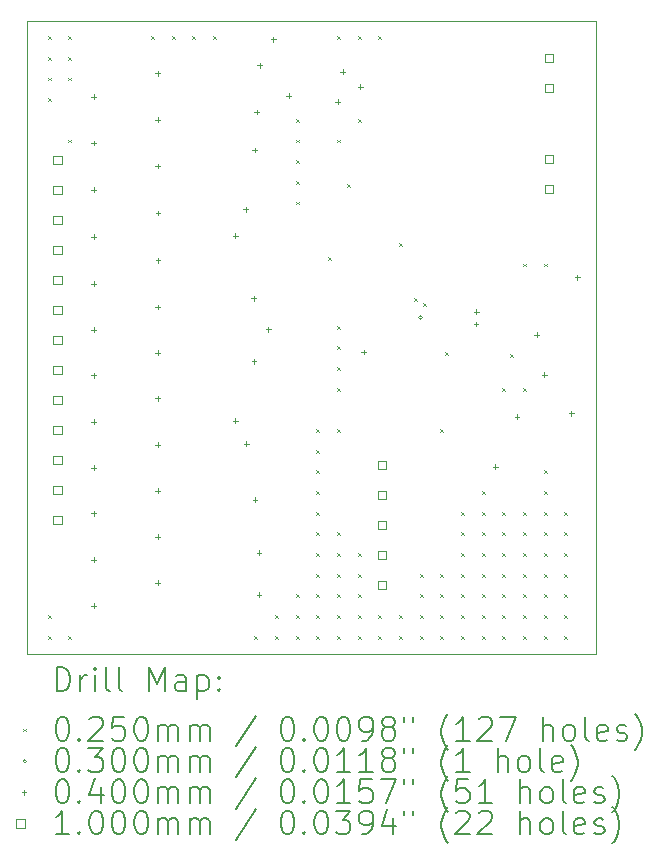
<source format=gbr>
%TF.GenerationSoftware,KiCad,Pcbnew,(6.0.11)*%
%TF.CreationDate,2023-06-25T21:52:25+10:00*%
%TF.ProjectId,LVBMS_A_Sample_R2,4c56424d-535f-4415-9f53-616d706c655f,1*%
%TF.SameCoordinates,Original*%
%TF.FileFunction,Drillmap*%
%TF.FilePolarity,Positive*%
%FSLAX45Y45*%
G04 Gerber Fmt 4.5, Leading zero omitted, Abs format (unit mm)*
G04 Created by KiCad (PCBNEW (6.0.11)) date 2023-06-25 21:52:25*
%MOMM*%
%LPD*%
G01*
G04 APERTURE LIST*
%ADD10C,0.100000*%
%ADD11C,0.200000*%
%ADD12C,0.025000*%
%ADD13C,0.030000*%
%ADD14C,0.040000*%
G04 APERTURE END LIST*
D10*
X12512040Y-11861800D02*
X17332960Y-11861800D01*
X17332960Y-11861800D02*
X17332960Y-6507480D01*
X17332960Y-6507480D02*
X12512040Y-6507480D01*
X12512040Y-6507480D02*
X12512040Y-11861800D01*
D11*
D12*
X12687500Y-6632500D02*
X12712500Y-6657500D01*
X12712500Y-6632500D02*
X12687500Y-6657500D01*
X12687500Y-6807500D02*
X12712500Y-6832500D01*
X12712500Y-6807500D02*
X12687500Y-6832500D01*
X12687500Y-6982500D02*
X12712500Y-7007500D01*
X12712500Y-6982500D02*
X12687500Y-7007500D01*
X12687500Y-7157500D02*
X12712500Y-7182500D01*
X12712500Y-7157500D02*
X12687500Y-7182500D01*
X12687500Y-11532500D02*
X12712500Y-11557500D01*
X12712500Y-11532500D02*
X12687500Y-11557500D01*
X12687500Y-11707500D02*
X12712500Y-11732500D01*
X12712500Y-11707500D02*
X12687500Y-11732500D01*
X12862500Y-6632500D02*
X12887500Y-6657500D01*
X12887500Y-6632500D02*
X12862500Y-6657500D01*
X12862500Y-6807500D02*
X12887500Y-6832500D01*
X12887500Y-6807500D02*
X12862500Y-6832500D01*
X12862500Y-6982500D02*
X12887500Y-7007500D01*
X12887500Y-6982500D02*
X12862500Y-7007500D01*
X12862500Y-7507500D02*
X12887500Y-7532500D01*
X12887500Y-7507500D02*
X12862500Y-7532500D01*
X12862500Y-11707500D02*
X12887500Y-11732500D01*
X12887500Y-11707500D02*
X12862500Y-11732500D01*
X13562500Y-6632500D02*
X13587500Y-6657500D01*
X13587500Y-6632500D02*
X13562500Y-6657500D01*
X13737500Y-6632500D02*
X13762500Y-6657500D01*
X13762500Y-6632500D02*
X13737500Y-6657500D01*
X13912500Y-6632500D02*
X13937500Y-6657500D01*
X13937500Y-6632500D02*
X13912500Y-6657500D01*
X14087500Y-6632500D02*
X14112500Y-6657500D01*
X14112500Y-6632500D02*
X14087500Y-6657500D01*
X14437500Y-11707500D02*
X14462500Y-11732500D01*
X14462500Y-11707500D02*
X14437500Y-11732500D01*
X14612500Y-11532500D02*
X14637500Y-11557500D01*
X14637500Y-11532500D02*
X14612500Y-11557500D01*
X14612500Y-11707500D02*
X14637500Y-11732500D01*
X14637500Y-11707500D02*
X14612500Y-11732500D01*
X14787500Y-7332500D02*
X14812500Y-7357500D01*
X14812500Y-7332500D02*
X14787500Y-7357500D01*
X14787500Y-7507500D02*
X14812500Y-7532500D01*
X14812500Y-7507500D02*
X14787500Y-7532500D01*
X14787500Y-7682500D02*
X14812500Y-7707500D01*
X14812500Y-7682500D02*
X14787500Y-7707500D01*
X14787500Y-7857500D02*
X14812500Y-7882500D01*
X14812500Y-7857500D02*
X14787500Y-7882500D01*
X14787500Y-8032500D02*
X14812500Y-8057500D01*
X14812500Y-8032500D02*
X14787500Y-8057500D01*
X14787500Y-11357500D02*
X14812500Y-11382500D01*
X14812500Y-11357500D02*
X14787500Y-11382500D01*
X14787500Y-11532500D02*
X14812500Y-11557500D01*
X14812500Y-11532500D02*
X14787500Y-11557500D01*
X14787500Y-11707500D02*
X14812500Y-11732500D01*
X14812500Y-11707500D02*
X14787500Y-11732500D01*
X14962500Y-9957500D02*
X14987500Y-9982500D01*
X14987500Y-9957500D02*
X14962500Y-9982500D01*
X14962500Y-10132500D02*
X14987500Y-10157500D01*
X14987500Y-10132500D02*
X14962500Y-10157500D01*
X14962500Y-10307500D02*
X14987500Y-10332500D01*
X14987500Y-10307500D02*
X14962500Y-10332500D01*
X14962500Y-10482500D02*
X14987500Y-10507500D01*
X14987500Y-10482500D02*
X14962500Y-10507500D01*
X14962500Y-10657500D02*
X14987500Y-10682500D01*
X14987500Y-10657500D02*
X14962500Y-10682500D01*
X14962500Y-10832500D02*
X14987500Y-10857500D01*
X14987500Y-10832500D02*
X14962500Y-10857500D01*
X14962500Y-11007500D02*
X14987500Y-11032500D01*
X14987500Y-11007500D02*
X14962500Y-11032500D01*
X14962500Y-11182500D02*
X14987500Y-11207500D01*
X14987500Y-11182500D02*
X14962500Y-11207500D01*
X14962500Y-11357500D02*
X14987500Y-11382500D01*
X14987500Y-11357500D02*
X14962500Y-11382500D01*
X14962500Y-11532500D02*
X14987500Y-11557500D01*
X14987500Y-11532500D02*
X14962500Y-11557500D01*
X14962500Y-11707500D02*
X14987500Y-11732500D01*
X14987500Y-11707500D02*
X14962500Y-11732500D01*
X15063460Y-8503060D02*
X15088460Y-8528060D01*
X15088460Y-8503060D02*
X15063460Y-8528060D01*
X15137500Y-6632500D02*
X15162500Y-6657500D01*
X15162500Y-6632500D02*
X15137500Y-6657500D01*
X15137500Y-7507500D02*
X15162500Y-7532500D01*
X15162500Y-7507500D02*
X15137500Y-7532500D01*
X15137500Y-9082500D02*
X15162500Y-9107500D01*
X15162500Y-9082500D02*
X15137500Y-9107500D01*
X15137500Y-9257500D02*
X15162500Y-9282500D01*
X15162500Y-9257500D02*
X15137500Y-9282500D01*
X15137500Y-9432500D02*
X15162500Y-9457500D01*
X15162500Y-9432500D02*
X15137500Y-9457500D01*
X15137500Y-9607500D02*
X15162500Y-9632500D01*
X15162500Y-9607500D02*
X15137500Y-9632500D01*
X15137500Y-9957500D02*
X15162500Y-9982500D01*
X15162500Y-9957500D02*
X15137500Y-9982500D01*
X15137500Y-10832500D02*
X15162500Y-10857500D01*
X15162500Y-10832500D02*
X15137500Y-10857500D01*
X15137500Y-11007500D02*
X15162500Y-11032500D01*
X15162500Y-11007500D02*
X15137500Y-11032500D01*
X15137500Y-11182500D02*
X15162500Y-11207500D01*
X15162500Y-11182500D02*
X15137500Y-11207500D01*
X15137500Y-11357500D02*
X15162500Y-11382500D01*
X15162500Y-11357500D02*
X15137500Y-11382500D01*
X15137500Y-11532500D02*
X15162500Y-11557500D01*
X15162500Y-11532500D02*
X15137500Y-11557500D01*
X15137500Y-11707500D02*
X15162500Y-11732500D01*
X15162500Y-11707500D02*
X15137500Y-11732500D01*
X15225958Y-7886696D02*
X15250958Y-7911696D01*
X15250958Y-7886696D02*
X15225958Y-7911696D01*
X15312500Y-6632500D02*
X15337500Y-6657500D01*
X15337500Y-6632500D02*
X15312500Y-6657500D01*
X15312500Y-7332500D02*
X15337500Y-7357500D01*
X15337500Y-7332500D02*
X15312500Y-7357500D01*
X15312500Y-11007500D02*
X15337500Y-11032500D01*
X15337500Y-11007500D02*
X15312500Y-11032500D01*
X15312500Y-11182500D02*
X15337500Y-11207500D01*
X15337500Y-11182500D02*
X15312500Y-11207500D01*
X15312500Y-11357500D02*
X15337500Y-11382500D01*
X15337500Y-11357500D02*
X15312500Y-11382500D01*
X15312500Y-11532500D02*
X15337500Y-11557500D01*
X15337500Y-11532500D02*
X15312500Y-11557500D01*
X15312500Y-11707500D02*
X15337500Y-11732500D01*
X15337500Y-11707500D02*
X15312500Y-11732500D01*
X15487500Y-6632500D02*
X15512500Y-6657500D01*
X15512500Y-6632500D02*
X15487500Y-6657500D01*
X15487500Y-11532500D02*
X15512500Y-11557500D01*
X15512500Y-11532500D02*
X15487500Y-11557500D01*
X15487500Y-11707500D02*
X15512500Y-11732500D01*
X15512500Y-11707500D02*
X15487500Y-11732500D01*
X15662500Y-8382500D02*
X15687500Y-8407500D01*
X15687500Y-8382500D02*
X15662500Y-8407500D01*
X15662500Y-11532500D02*
X15687500Y-11557500D01*
X15687500Y-11532500D02*
X15662500Y-11557500D01*
X15662500Y-11707500D02*
X15687500Y-11732500D01*
X15687500Y-11707500D02*
X15662500Y-11732500D01*
X15788840Y-8849560D02*
X15813840Y-8874560D01*
X15813840Y-8849560D02*
X15788840Y-8874560D01*
X15837500Y-11182500D02*
X15862500Y-11207500D01*
X15862500Y-11182500D02*
X15837500Y-11207500D01*
X15837500Y-11357500D02*
X15862500Y-11382500D01*
X15862500Y-11357500D02*
X15837500Y-11382500D01*
X15837500Y-11532500D02*
X15862500Y-11557500D01*
X15862500Y-11532500D02*
X15837500Y-11557500D01*
X15837500Y-11707500D02*
X15862500Y-11732500D01*
X15862500Y-11707500D02*
X15837500Y-11732500D01*
X15862500Y-8895280D02*
X15887500Y-8920280D01*
X15887500Y-8895280D02*
X15862500Y-8920280D01*
X16012500Y-9957500D02*
X16037500Y-9982500D01*
X16037500Y-9957500D02*
X16012500Y-9982500D01*
X16012500Y-11182500D02*
X16037500Y-11207500D01*
X16037500Y-11182500D02*
X16012500Y-11207500D01*
X16012500Y-11357500D02*
X16037500Y-11382500D01*
X16037500Y-11357500D02*
X16012500Y-11382500D01*
X16012500Y-11532500D02*
X16037500Y-11557500D01*
X16037500Y-11532500D02*
X16012500Y-11557500D01*
X16012500Y-11707500D02*
X16037500Y-11732500D01*
X16037500Y-11707500D02*
X16012500Y-11732500D01*
X16050460Y-9309300D02*
X16075460Y-9334300D01*
X16075460Y-9309300D02*
X16050460Y-9334300D01*
X16187500Y-10657500D02*
X16212500Y-10682500D01*
X16212500Y-10657500D02*
X16187500Y-10682500D01*
X16187500Y-10832500D02*
X16212500Y-10857500D01*
X16212500Y-10832500D02*
X16187500Y-10857500D01*
X16187500Y-11007500D02*
X16212500Y-11032500D01*
X16212500Y-11007500D02*
X16187500Y-11032500D01*
X16187500Y-11182500D02*
X16212500Y-11207500D01*
X16212500Y-11182500D02*
X16187500Y-11207500D01*
X16187500Y-11357500D02*
X16212500Y-11382500D01*
X16212500Y-11357500D02*
X16187500Y-11382500D01*
X16187500Y-11532500D02*
X16212500Y-11557500D01*
X16212500Y-11532500D02*
X16187500Y-11557500D01*
X16187500Y-11707500D02*
X16212500Y-11732500D01*
X16212500Y-11707500D02*
X16187500Y-11732500D01*
X16362500Y-10482500D02*
X16387500Y-10507500D01*
X16387500Y-10482500D02*
X16362500Y-10507500D01*
X16362500Y-10657500D02*
X16387500Y-10682500D01*
X16387500Y-10657500D02*
X16362500Y-10682500D01*
X16362500Y-10832500D02*
X16387500Y-10857500D01*
X16387500Y-10832500D02*
X16362500Y-10857500D01*
X16362500Y-11007500D02*
X16387500Y-11032500D01*
X16387500Y-11007500D02*
X16362500Y-11032500D01*
X16362500Y-11182500D02*
X16387500Y-11207500D01*
X16387500Y-11182500D02*
X16362500Y-11207500D01*
X16362500Y-11357500D02*
X16387500Y-11382500D01*
X16387500Y-11357500D02*
X16362500Y-11382500D01*
X16362500Y-11532500D02*
X16387500Y-11557500D01*
X16387500Y-11532500D02*
X16362500Y-11557500D01*
X16362500Y-11707500D02*
X16387500Y-11732500D01*
X16387500Y-11707500D02*
X16362500Y-11732500D01*
X16537500Y-9607500D02*
X16562500Y-9632500D01*
X16562500Y-9607500D02*
X16537500Y-9632500D01*
X16537500Y-10657500D02*
X16562500Y-10682500D01*
X16562500Y-10657500D02*
X16537500Y-10682500D01*
X16537500Y-10832500D02*
X16562500Y-10857500D01*
X16562500Y-10832500D02*
X16537500Y-10857500D01*
X16537500Y-11007500D02*
X16562500Y-11032500D01*
X16562500Y-11007500D02*
X16537500Y-11032500D01*
X16537500Y-11182500D02*
X16562500Y-11207500D01*
X16562500Y-11182500D02*
X16537500Y-11207500D01*
X16537500Y-11357500D02*
X16562500Y-11382500D01*
X16562500Y-11357500D02*
X16537500Y-11382500D01*
X16537500Y-11532500D02*
X16562500Y-11557500D01*
X16562500Y-11532500D02*
X16537500Y-11557500D01*
X16537500Y-11707500D02*
X16562500Y-11732500D01*
X16562500Y-11707500D02*
X16537500Y-11732500D01*
X16599100Y-9322000D02*
X16624100Y-9347000D01*
X16624100Y-9322000D02*
X16599100Y-9347000D01*
X16712500Y-8557500D02*
X16737500Y-8582500D01*
X16737500Y-8557500D02*
X16712500Y-8582500D01*
X16712500Y-9607500D02*
X16737500Y-9632500D01*
X16737500Y-9607500D02*
X16712500Y-9632500D01*
X16712500Y-10657500D02*
X16737500Y-10682500D01*
X16737500Y-10657500D02*
X16712500Y-10682500D01*
X16712500Y-10832500D02*
X16737500Y-10857500D01*
X16737500Y-10832500D02*
X16712500Y-10857500D01*
X16712500Y-11007500D02*
X16737500Y-11032500D01*
X16737500Y-11007500D02*
X16712500Y-11032500D01*
X16712500Y-11182500D02*
X16737500Y-11207500D01*
X16737500Y-11182500D02*
X16712500Y-11207500D01*
X16712500Y-11357500D02*
X16737500Y-11382500D01*
X16737500Y-11357500D02*
X16712500Y-11382500D01*
X16712500Y-11532500D02*
X16737500Y-11557500D01*
X16737500Y-11532500D02*
X16712500Y-11557500D01*
X16712500Y-11707500D02*
X16737500Y-11732500D01*
X16737500Y-11707500D02*
X16712500Y-11732500D01*
X16887500Y-8557500D02*
X16912500Y-8582500D01*
X16912500Y-8557500D02*
X16887500Y-8582500D01*
X16887500Y-10307500D02*
X16912500Y-10332500D01*
X16912500Y-10307500D02*
X16887500Y-10332500D01*
X16887500Y-10482500D02*
X16912500Y-10507500D01*
X16912500Y-10482500D02*
X16887500Y-10507500D01*
X16887500Y-10657500D02*
X16912500Y-10682500D01*
X16912500Y-10657500D02*
X16887500Y-10682500D01*
X16887500Y-10832500D02*
X16912500Y-10857500D01*
X16912500Y-10832500D02*
X16887500Y-10857500D01*
X16887500Y-11007500D02*
X16912500Y-11032500D01*
X16912500Y-11007500D02*
X16887500Y-11032500D01*
X16887500Y-11182500D02*
X16912500Y-11207500D01*
X16912500Y-11182500D02*
X16887500Y-11207500D01*
X16887500Y-11357500D02*
X16912500Y-11382500D01*
X16912500Y-11357500D02*
X16887500Y-11382500D01*
X16887500Y-11532500D02*
X16912500Y-11557500D01*
X16912500Y-11532500D02*
X16887500Y-11557500D01*
X16887500Y-11707500D02*
X16912500Y-11732500D01*
X16912500Y-11707500D02*
X16887500Y-11732500D01*
X17062500Y-10657500D02*
X17087500Y-10682500D01*
X17087500Y-10657500D02*
X17062500Y-10682500D01*
X17062500Y-10832500D02*
X17087500Y-10857500D01*
X17087500Y-10832500D02*
X17062500Y-10857500D01*
X17062500Y-11007500D02*
X17087500Y-11032500D01*
X17087500Y-11007500D02*
X17062500Y-11032500D01*
X17062500Y-11182500D02*
X17087500Y-11207500D01*
X17087500Y-11182500D02*
X17062500Y-11207500D01*
X17062500Y-11357500D02*
X17087500Y-11382500D01*
X17087500Y-11357500D02*
X17062500Y-11382500D01*
X17062500Y-11532500D02*
X17087500Y-11557500D01*
X17087500Y-11532500D02*
X17062500Y-11557500D01*
X17062500Y-11707500D02*
X17087500Y-11732500D01*
X17087500Y-11707500D02*
X17062500Y-11732500D01*
D13*
X15859520Y-9014460D02*
G75*
G03*
X15859520Y-9014460I-15000J0D01*
G01*
D14*
X13075920Y-7125020D02*
X13075920Y-7165020D01*
X13055920Y-7145020D02*
X13095920Y-7145020D01*
X13075920Y-8308660D02*
X13075920Y-8348660D01*
X13055920Y-8328660D02*
X13095920Y-8328660D01*
X13075920Y-8707440D02*
X13075920Y-8747440D01*
X13055920Y-8727440D02*
X13095920Y-8727440D01*
X13075920Y-9098600D02*
X13075920Y-9138600D01*
X13055920Y-9118600D02*
X13095920Y-9118600D01*
X13075950Y-9484680D02*
X13075950Y-9524680D01*
X13055950Y-9504680D02*
X13095950Y-9504680D01*
X13075950Y-9875840D02*
X13075950Y-9915840D01*
X13055950Y-9895840D02*
X13095950Y-9895840D01*
X13075950Y-10267000D02*
X13075950Y-10307000D01*
X13055950Y-10287000D02*
X13095950Y-10287000D01*
X13075950Y-10653080D02*
X13075950Y-10693080D01*
X13055950Y-10673080D02*
X13095950Y-10673080D01*
X13075950Y-11044240D02*
X13075950Y-11084240D01*
X13055950Y-11064240D02*
X13095950Y-11064240D01*
X13075950Y-11432860D02*
X13075950Y-11472860D01*
X13055950Y-11452860D02*
X13095950Y-11452860D01*
X13075980Y-7516180D02*
X13075980Y-7556180D01*
X13055980Y-7536180D02*
X13095980Y-7536180D01*
X13078460Y-7912420D02*
X13078460Y-7952420D01*
X13058460Y-7932420D02*
X13098460Y-7932420D01*
X13619480Y-6925880D02*
X13619480Y-6965880D01*
X13599480Y-6945880D02*
X13639480Y-6945880D01*
X13619480Y-7320600D02*
X13619480Y-7360600D01*
X13599480Y-7340600D02*
X13639480Y-7340600D01*
X13619660Y-7711760D02*
X13619660Y-7751760D01*
X13599660Y-7731760D02*
X13639660Y-7731760D01*
X13620180Y-8905560D02*
X13620180Y-8945560D01*
X13600180Y-8925560D02*
X13640180Y-8925560D01*
X13620180Y-9291640D02*
X13620180Y-9331640D01*
X13600180Y-9311640D02*
X13640180Y-9311640D01*
X13620180Y-9677720D02*
X13620180Y-9717720D01*
X13600180Y-9697720D02*
X13640180Y-9697720D01*
X13620180Y-10071420D02*
X13620180Y-10111420D01*
X13600180Y-10091420D02*
X13640180Y-10091420D01*
X13620180Y-10460040D02*
X13620180Y-10500040D01*
X13600180Y-10480040D02*
X13640180Y-10480040D01*
X13620180Y-10848660D02*
X13620180Y-10888660D01*
X13600180Y-10868660D02*
X13640180Y-10868660D01*
X13620180Y-11239820D02*
X13620180Y-11279820D01*
X13600180Y-11259820D02*
X13640180Y-11259820D01*
X13621060Y-8110540D02*
X13621060Y-8150540D01*
X13601060Y-8130540D02*
X13641060Y-8130540D01*
X13622020Y-8509320D02*
X13622020Y-8549320D01*
X13602020Y-8529320D02*
X13642020Y-8529320D01*
X14274800Y-8300540D02*
X14274800Y-8340540D01*
X14254800Y-8320540D02*
X14294800Y-8320540D01*
X14274800Y-9867720D02*
X14274800Y-9907720D01*
X14254800Y-9887720D02*
X14294800Y-9887720D01*
X14362710Y-8079000D02*
X14362710Y-8119000D01*
X14342710Y-8099000D02*
X14382710Y-8099000D01*
X14369270Y-10063800D02*
X14369270Y-10103800D01*
X14349270Y-10083800D02*
X14389270Y-10083800D01*
X14432280Y-8833110D02*
X14432280Y-8873110D01*
X14412280Y-8853110D02*
X14452280Y-8853110D01*
X14434530Y-9365010D02*
X14434530Y-9405010D01*
X14414530Y-9385010D02*
X14454530Y-9385010D01*
X14441170Y-7575870D02*
X14441170Y-7615870D01*
X14421170Y-7595870D02*
X14461170Y-7595870D01*
X14442440Y-10536240D02*
X14442440Y-10576240D01*
X14422440Y-10556240D02*
X14462440Y-10556240D01*
X14457680Y-7254560D02*
X14457680Y-7294560D01*
X14437680Y-7274560D02*
X14477680Y-7274560D01*
X14476300Y-10985820D02*
X14476300Y-11025820D01*
X14456300Y-11005820D02*
X14496300Y-11005820D01*
X14476300Y-11342260D02*
X14476300Y-11382260D01*
X14456300Y-11362260D02*
X14496300Y-11362260D01*
X14483080Y-6858320D02*
X14483080Y-6898320D01*
X14463080Y-6878320D02*
X14503080Y-6878320D01*
X14554200Y-9095560D02*
X14554200Y-9135560D01*
X14534200Y-9115560D02*
X14574200Y-9115560D01*
X14597110Y-6637610D02*
X14597110Y-6677610D01*
X14577110Y-6657610D02*
X14617110Y-6657610D01*
X14726920Y-7117400D02*
X14726920Y-7157400D01*
X14706920Y-7137400D02*
X14746920Y-7137400D01*
X15143480Y-7165660D02*
X15143480Y-7205660D01*
X15123480Y-7185660D02*
X15163480Y-7185660D01*
X15184120Y-6911660D02*
X15184120Y-6951660D01*
X15164120Y-6931660D02*
X15204120Y-6931660D01*
X15333980Y-7038660D02*
X15333980Y-7078660D01*
X15313980Y-7058660D02*
X15353980Y-7058660D01*
X15364460Y-9286560D02*
X15364460Y-9326560D01*
X15344460Y-9306560D02*
X15384460Y-9306560D01*
X16314100Y-9050020D02*
X16314100Y-9090020D01*
X16294100Y-9070020D02*
X16334100Y-9070020D01*
X16316550Y-8945692D02*
X16316550Y-8985692D01*
X16296550Y-8965692D02*
X16336550Y-8965692D01*
X16476980Y-10257540D02*
X16476980Y-10297540D01*
X16456980Y-10277540D02*
X16496980Y-10277540D01*
X16661000Y-9835200D02*
X16661000Y-9875200D01*
X16641000Y-9855200D02*
X16681000Y-9855200D01*
X16827500Y-9140540D02*
X16827500Y-9180540D01*
X16807500Y-9160540D02*
X16847500Y-9160540D01*
X16891000Y-9477060D02*
X16891000Y-9517060D01*
X16871000Y-9497060D02*
X16911000Y-9497060D01*
X17119600Y-9804720D02*
X17119600Y-9844720D01*
X17099600Y-9824720D02*
X17139600Y-9824720D01*
X17172970Y-8654130D02*
X17172970Y-8694130D01*
X17152970Y-8674130D02*
X17192970Y-8674130D01*
D10*
X12806476Y-7716316D02*
X12806476Y-7645604D01*
X12735764Y-7645604D01*
X12735764Y-7716316D01*
X12806476Y-7716316D01*
X12806476Y-7970316D02*
X12806476Y-7899604D01*
X12735764Y-7899604D01*
X12735764Y-7970316D01*
X12806476Y-7970316D01*
X12806476Y-8224316D02*
X12806476Y-8153604D01*
X12735764Y-8153604D01*
X12735764Y-8224316D01*
X12806476Y-8224316D01*
X12806476Y-8478316D02*
X12806476Y-8407604D01*
X12735764Y-8407604D01*
X12735764Y-8478316D01*
X12806476Y-8478316D01*
X12806476Y-8732316D02*
X12806476Y-8661604D01*
X12735764Y-8661604D01*
X12735764Y-8732316D01*
X12806476Y-8732316D01*
X12806476Y-8986316D02*
X12806476Y-8915604D01*
X12735764Y-8915604D01*
X12735764Y-8986316D01*
X12806476Y-8986316D01*
X12806476Y-9240316D02*
X12806476Y-9169604D01*
X12735764Y-9169604D01*
X12735764Y-9240316D01*
X12806476Y-9240316D01*
X12806476Y-9494316D02*
X12806476Y-9423604D01*
X12735764Y-9423604D01*
X12735764Y-9494316D01*
X12806476Y-9494316D01*
X12806476Y-9748316D02*
X12806476Y-9677604D01*
X12735764Y-9677604D01*
X12735764Y-9748316D01*
X12806476Y-9748316D01*
X12806476Y-10002316D02*
X12806476Y-9931604D01*
X12735764Y-9931604D01*
X12735764Y-10002316D01*
X12806476Y-10002316D01*
X12806476Y-10256316D02*
X12806476Y-10185604D01*
X12735764Y-10185604D01*
X12735764Y-10256316D01*
X12806476Y-10256316D01*
X12806476Y-10510316D02*
X12806476Y-10439604D01*
X12735764Y-10439604D01*
X12735764Y-10510316D01*
X12806476Y-10510316D01*
X12806476Y-10764316D02*
X12806476Y-10693604D01*
X12735764Y-10693604D01*
X12735764Y-10764316D01*
X12806476Y-10764316D01*
X15553176Y-10297316D02*
X15553176Y-10226604D01*
X15482464Y-10226604D01*
X15482464Y-10297316D01*
X15553176Y-10297316D01*
X15553176Y-10551316D02*
X15553176Y-10480604D01*
X15482464Y-10480604D01*
X15482464Y-10551316D01*
X15553176Y-10551316D01*
X15553176Y-10805316D02*
X15553176Y-10734604D01*
X15482464Y-10734604D01*
X15482464Y-10805316D01*
X15553176Y-10805316D01*
X15553176Y-11059316D02*
X15553176Y-10988604D01*
X15482464Y-10988604D01*
X15482464Y-11059316D01*
X15553176Y-11059316D01*
X15553176Y-11313316D02*
X15553176Y-11242604D01*
X15482464Y-11242604D01*
X15482464Y-11313316D01*
X15553176Y-11313316D01*
X16966996Y-6854176D02*
X16966996Y-6783464D01*
X16896284Y-6783464D01*
X16896284Y-6854176D01*
X16966996Y-6854176D01*
X16966996Y-7104176D02*
X16966996Y-7033464D01*
X16896284Y-7033464D01*
X16896284Y-7104176D01*
X16966996Y-7104176D01*
X16966996Y-7710156D02*
X16966996Y-7639444D01*
X16896284Y-7639444D01*
X16896284Y-7710156D01*
X16966996Y-7710156D01*
X16966996Y-7960156D02*
X16966996Y-7889444D01*
X16896284Y-7889444D01*
X16896284Y-7960156D01*
X16966996Y-7960156D01*
D11*
X12764659Y-12177276D02*
X12764659Y-11977276D01*
X12812278Y-11977276D01*
X12840849Y-11986800D01*
X12859897Y-12005848D01*
X12869421Y-12024895D01*
X12878945Y-12062990D01*
X12878945Y-12091562D01*
X12869421Y-12129657D01*
X12859897Y-12148705D01*
X12840849Y-12167752D01*
X12812278Y-12177276D01*
X12764659Y-12177276D01*
X12964659Y-12177276D02*
X12964659Y-12043943D01*
X12964659Y-12082038D02*
X12974183Y-12062990D01*
X12983707Y-12053467D01*
X13002754Y-12043943D01*
X13021802Y-12043943D01*
X13088468Y-12177276D02*
X13088468Y-12043943D01*
X13088468Y-11977276D02*
X13078945Y-11986800D01*
X13088468Y-11996324D01*
X13097992Y-11986800D01*
X13088468Y-11977276D01*
X13088468Y-11996324D01*
X13212278Y-12177276D02*
X13193230Y-12167752D01*
X13183707Y-12148705D01*
X13183707Y-11977276D01*
X13317040Y-12177276D02*
X13297992Y-12167752D01*
X13288468Y-12148705D01*
X13288468Y-11977276D01*
X13545611Y-12177276D02*
X13545611Y-11977276D01*
X13612278Y-12120133D01*
X13678945Y-11977276D01*
X13678945Y-12177276D01*
X13859897Y-12177276D02*
X13859897Y-12072514D01*
X13850373Y-12053467D01*
X13831326Y-12043943D01*
X13793230Y-12043943D01*
X13774183Y-12053467D01*
X13859897Y-12167752D02*
X13840849Y-12177276D01*
X13793230Y-12177276D01*
X13774183Y-12167752D01*
X13764659Y-12148705D01*
X13764659Y-12129657D01*
X13774183Y-12110609D01*
X13793230Y-12101086D01*
X13840849Y-12101086D01*
X13859897Y-12091562D01*
X13955135Y-12043943D02*
X13955135Y-12243943D01*
X13955135Y-12053467D02*
X13974183Y-12043943D01*
X14012278Y-12043943D01*
X14031326Y-12053467D01*
X14040849Y-12062990D01*
X14050373Y-12082038D01*
X14050373Y-12139181D01*
X14040849Y-12158228D01*
X14031326Y-12167752D01*
X14012278Y-12177276D01*
X13974183Y-12177276D01*
X13955135Y-12167752D01*
X14136088Y-12158228D02*
X14145611Y-12167752D01*
X14136088Y-12177276D01*
X14126564Y-12167752D01*
X14136088Y-12158228D01*
X14136088Y-12177276D01*
X14136088Y-12053467D02*
X14145611Y-12062990D01*
X14136088Y-12072514D01*
X14126564Y-12062990D01*
X14136088Y-12053467D01*
X14136088Y-12072514D01*
D12*
X12482040Y-12494300D02*
X12507040Y-12519300D01*
X12507040Y-12494300D02*
X12482040Y-12519300D01*
D11*
X12802754Y-12397276D02*
X12821802Y-12397276D01*
X12840849Y-12406800D01*
X12850373Y-12416324D01*
X12859897Y-12435371D01*
X12869421Y-12473467D01*
X12869421Y-12521086D01*
X12859897Y-12559181D01*
X12850373Y-12578228D01*
X12840849Y-12587752D01*
X12821802Y-12597276D01*
X12802754Y-12597276D01*
X12783707Y-12587752D01*
X12774183Y-12578228D01*
X12764659Y-12559181D01*
X12755135Y-12521086D01*
X12755135Y-12473467D01*
X12764659Y-12435371D01*
X12774183Y-12416324D01*
X12783707Y-12406800D01*
X12802754Y-12397276D01*
X12955135Y-12578228D02*
X12964659Y-12587752D01*
X12955135Y-12597276D01*
X12945611Y-12587752D01*
X12955135Y-12578228D01*
X12955135Y-12597276D01*
X13040849Y-12416324D02*
X13050373Y-12406800D01*
X13069421Y-12397276D01*
X13117040Y-12397276D01*
X13136088Y-12406800D01*
X13145611Y-12416324D01*
X13155135Y-12435371D01*
X13155135Y-12454419D01*
X13145611Y-12482990D01*
X13031326Y-12597276D01*
X13155135Y-12597276D01*
X13336088Y-12397276D02*
X13240849Y-12397276D01*
X13231326Y-12492514D01*
X13240849Y-12482990D01*
X13259897Y-12473467D01*
X13307516Y-12473467D01*
X13326564Y-12482990D01*
X13336088Y-12492514D01*
X13345611Y-12511562D01*
X13345611Y-12559181D01*
X13336088Y-12578228D01*
X13326564Y-12587752D01*
X13307516Y-12597276D01*
X13259897Y-12597276D01*
X13240849Y-12587752D01*
X13231326Y-12578228D01*
X13469421Y-12397276D02*
X13488468Y-12397276D01*
X13507516Y-12406800D01*
X13517040Y-12416324D01*
X13526564Y-12435371D01*
X13536088Y-12473467D01*
X13536088Y-12521086D01*
X13526564Y-12559181D01*
X13517040Y-12578228D01*
X13507516Y-12587752D01*
X13488468Y-12597276D01*
X13469421Y-12597276D01*
X13450373Y-12587752D01*
X13440849Y-12578228D01*
X13431326Y-12559181D01*
X13421802Y-12521086D01*
X13421802Y-12473467D01*
X13431326Y-12435371D01*
X13440849Y-12416324D01*
X13450373Y-12406800D01*
X13469421Y-12397276D01*
X13621802Y-12597276D02*
X13621802Y-12463943D01*
X13621802Y-12482990D02*
X13631326Y-12473467D01*
X13650373Y-12463943D01*
X13678945Y-12463943D01*
X13697992Y-12473467D01*
X13707516Y-12492514D01*
X13707516Y-12597276D01*
X13707516Y-12492514D02*
X13717040Y-12473467D01*
X13736088Y-12463943D01*
X13764659Y-12463943D01*
X13783707Y-12473467D01*
X13793230Y-12492514D01*
X13793230Y-12597276D01*
X13888468Y-12597276D02*
X13888468Y-12463943D01*
X13888468Y-12482990D02*
X13897992Y-12473467D01*
X13917040Y-12463943D01*
X13945611Y-12463943D01*
X13964659Y-12473467D01*
X13974183Y-12492514D01*
X13974183Y-12597276D01*
X13974183Y-12492514D02*
X13983707Y-12473467D01*
X14002754Y-12463943D01*
X14031326Y-12463943D01*
X14050373Y-12473467D01*
X14059897Y-12492514D01*
X14059897Y-12597276D01*
X14450373Y-12387752D02*
X14278945Y-12644895D01*
X14707516Y-12397276D02*
X14726564Y-12397276D01*
X14745611Y-12406800D01*
X14755135Y-12416324D01*
X14764659Y-12435371D01*
X14774183Y-12473467D01*
X14774183Y-12521086D01*
X14764659Y-12559181D01*
X14755135Y-12578228D01*
X14745611Y-12587752D01*
X14726564Y-12597276D01*
X14707516Y-12597276D01*
X14688468Y-12587752D01*
X14678945Y-12578228D01*
X14669421Y-12559181D01*
X14659897Y-12521086D01*
X14659897Y-12473467D01*
X14669421Y-12435371D01*
X14678945Y-12416324D01*
X14688468Y-12406800D01*
X14707516Y-12397276D01*
X14859897Y-12578228D02*
X14869421Y-12587752D01*
X14859897Y-12597276D01*
X14850373Y-12587752D01*
X14859897Y-12578228D01*
X14859897Y-12597276D01*
X14993230Y-12397276D02*
X15012278Y-12397276D01*
X15031326Y-12406800D01*
X15040849Y-12416324D01*
X15050373Y-12435371D01*
X15059897Y-12473467D01*
X15059897Y-12521086D01*
X15050373Y-12559181D01*
X15040849Y-12578228D01*
X15031326Y-12587752D01*
X15012278Y-12597276D01*
X14993230Y-12597276D01*
X14974183Y-12587752D01*
X14964659Y-12578228D01*
X14955135Y-12559181D01*
X14945611Y-12521086D01*
X14945611Y-12473467D01*
X14955135Y-12435371D01*
X14964659Y-12416324D01*
X14974183Y-12406800D01*
X14993230Y-12397276D01*
X15183707Y-12397276D02*
X15202754Y-12397276D01*
X15221802Y-12406800D01*
X15231326Y-12416324D01*
X15240849Y-12435371D01*
X15250373Y-12473467D01*
X15250373Y-12521086D01*
X15240849Y-12559181D01*
X15231326Y-12578228D01*
X15221802Y-12587752D01*
X15202754Y-12597276D01*
X15183707Y-12597276D01*
X15164659Y-12587752D01*
X15155135Y-12578228D01*
X15145611Y-12559181D01*
X15136088Y-12521086D01*
X15136088Y-12473467D01*
X15145611Y-12435371D01*
X15155135Y-12416324D01*
X15164659Y-12406800D01*
X15183707Y-12397276D01*
X15345611Y-12597276D02*
X15383707Y-12597276D01*
X15402754Y-12587752D01*
X15412278Y-12578228D01*
X15431326Y-12549657D01*
X15440849Y-12511562D01*
X15440849Y-12435371D01*
X15431326Y-12416324D01*
X15421802Y-12406800D01*
X15402754Y-12397276D01*
X15364659Y-12397276D01*
X15345611Y-12406800D01*
X15336088Y-12416324D01*
X15326564Y-12435371D01*
X15326564Y-12482990D01*
X15336088Y-12502038D01*
X15345611Y-12511562D01*
X15364659Y-12521086D01*
X15402754Y-12521086D01*
X15421802Y-12511562D01*
X15431326Y-12502038D01*
X15440849Y-12482990D01*
X15555135Y-12482990D02*
X15536088Y-12473467D01*
X15526564Y-12463943D01*
X15517040Y-12444895D01*
X15517040Y-12435371D01*
X15526564Y-12416324D01*
X15536088Y-12406800D01*
X15555135Y-12397276D01*
X15593230Y-12397276D01*
X15612278Y-12406800D01*
X15621802Y-12416324D01*
X15631326Y-12435371D01*
X15631326Y-12444895D01*
X15621802Y-12463943D01*
X15612278Y-12473467D01*
X15593230Y-12482990D01*
X15555135Y-12482990D01*
X15536088Y-12492514D01*
X15526564Y-12502038D01*
X15517040Y-12521086D01*
X15517040Y-12559181D01*
X15526564Y-12578228D01*
X15536088Y-12587752D01*
X15555135Y-12597276D01*
X15593230Y-12597276D01*
X15612278Y-12587752D01*
X15621802Y-12578228D01*
X15631326Y-12559181D01*
X15631326Y-12521086D01*
X15621802Y-12502038D01*
X15612278Y-12492514D01*
X15593230Y-12482990D01*
X15707516Y-12397276D02*
X15707516Y-12435371D01*
X15783707Y-12397276D02*
X15783707Y-12435371D01*
X16078945Y-12673467D02*
X16069421Y-12663943D01*
X16050373Y-12635371D01*
X16040849Y-12616324D01*
X16031326Y-12587752D01*
X16021802Y-12540133D01*
X16021802Y-12502038D01*
X16031326Y-12454419D01*
X16040849Y-12425848D01*
X16050373Y-12406800D01*
X16069421Y-12378228D01*
X16078945Y-12368705D01*
X16259897Y-12597276D02*
X16145611Y-12597276D01*
X16202754Y-12597276D02*
X16202754Y-12397276D01*
X16183707Y-12425848D01*
X16164659Y-12444895D01*
X16145611Y-12454419D01*
X16336088Y-12416324D02*
X16345611Y-12406800D01*
X16364659Y-12397276D01*
X16412278Y-12397276D01*
X16431326Y-12406800D01*
X16440849Y-12416324D01*
X16450373Y-12435371D01*
X16450373Y-12454419D01*
X16440849Y-12482990D01*
X16326564Y-12597276D01*
X16450373Y-12597276D01*
X16517040Y-12397276D02*
X16650373Y-12397276D01*
X16564659Y-12597276D01*
X16878945Y-12597276D02*
X16878945Y-12397276D01*
X16964659Y-12597276D02*
X16964659Y-12492514D01*
X16955135Y-12473467D01*
X16936088Y-12463943D01*
X16907516Y-12463943D01*
X16888469Y-12473467D01*
X16878945Y-12482990D01*
X17088469Y-12597276D02*
X17069421Y-12587752D01*
X17059897Y-12578228D01*
X17050373Y-12559181D01*
X17050373Y-12502038D01*
X17059897Y-12482990D01*
X17069421Y-12473467D01*
X17088469Y-12463943D01*
X17117040Y-12463943D01*
X17136088Y-12473467D01*
X17145611Y-12482990D01*
X17155135Y-12502038D01*
X17155135Y-12559181D01*
X17145611Y-12578228D01*
X17136088Y-12587752D01*
X17117040Y-12597276D01*
X17088469Y-12597276D01*
X17269421Y-12597276D02*
X17250373Y-12587752D01*
X17240850Y-12568705D01*
X17240850Y-12397276D01*
X17421802Y-12587752D02*
X17402754Y-12597276D01*
X17364659Y-12597276D01*
X17345611Y-12587752D01*
X17336088Y-12568705D01*
X17336088Y-12492514D01*
X17345611Y-12473467D01*
X17364659Y-12463943D01*
X17402754Y-12463943D01*
X17421802Y-12473467D01*
X17431326Y-12492514D01*
X17431326Y-12511562D01*
X17336088Y-12530609D01*
X17507516Y-12587752D02*
X17526564Y-12597276D01*
X17564659Y-12597276D01*
X17583707Y-12587752D01*
X17593230Y-12568705D01*
X17593230Y-12559181D01*
X17583707Y-12540133D01*
X17564659Y-12530609D01*
X17536088Y-12530609D01*
X17517040Y-12521086D01*
X17507516Y-12502038D01*
X17507516Y-12492514D01*
X17517040Y-12473467D01*
X17536088Y-12463943D01*
X17564659Y-12463943D01*
X17583707Y-12473467D01*
X17659897Y-12673467D02*
X17669421Y-12663943D01*
X17688469Y-12635371D01*
X17697992Y-12616324D01*
X17707516Y-12587752D01*
X17717040Y-12540133D01*
X17717040Y-12502038D01*
X17707516Y-12454419D01*
X17697992Y-12425848D01*
X17688469Y-12406800D01*
X17669421Y-12378228D01*
X17659897Y-12368705D01*
D13*
X12507040Y-12770800D02*
G75*
G03*
X12507040Y-12770800I-15000J0D01*
G01*
D11*
X12802754Y-12661276D02*
X12821802Y-12661276D01*
X12840849Y-12670800D01*
X12850373Y-12680324D01*
X12859897Y-12699371D01*
X12869421Y-12737467D01*
X12869421Y-12785086D01*
X12859897Y-12823181D01*
X12850373Y-12842228D01*
X12840849Y-12851752D01*
X12821802Y-12861276D01*
X12802754Y-12861276D01*
X12783707Y-12851752D01*
X12774183Y-12842228D01*
X12764659Y-12823181D01*
X12755135Y-12785086D01*
X12755135Y-12737467D01*
X12764659Y-12699371D01*
X12774183Y-12680324D01*
X12783707Y-12670800D01*
X12802754Y-12661276D01*
X12955135Y-12842228D02*
X12964659Y-12851752D01*
X12955135Y-12861276D01*
X12945611Y-12851752D01*
X12955135Y-12842228D01*
X12955135Y-12861276D01*
X13031326Y-12661276D02*
X13155135Y-12661276D01*
X13088468Y-12737467D01*
X13117040Y-12737467D01*
X13136088Y-12746990D01*
X13145611Y-12756514D01*
X13155135Y-12775562D01*
X13155135Y-12823181D01*
X13145611Y-12842228D01*
X13136088Y-12851752D01*
X13117040Y-12861276D01*
X13059897Y-12861276D01*
X13040849Y-12851752D01*
X13031326Y-12842228D01*
X13278945Y-12661276D02*
X13297992Y-12661276D01*
X13317040Y-12670800D01*
X13326564Y-12680324D01*
X13336088Y-12699371D01*
X13345611Y-12737467D01*
X13345611Y-12785086D01*
X13336088Y-12823181D01*
X13326564Y-12842228D01*
X13317040Y-12851752D01*
X13297992Y-12861276D01*
X13278945Y-12861276D01*
X13259897Y-12851752D01*
X13250373Y-12842228D01*
X13240849Y-12823181D01*
X13231326Y-12785086D01*
X13231326Y-12737467D01*
X13240849Y-12699371D01*
X13250373Y-12680324D01*
X13259897Y-12670800D01*
X13278945Y-12661276D01*
X13469421Y-12661276D02*
X13488468Y-12661276D01*
X13507516Y-12670800D01*
X13517040Y-12680324D01*
X13526564Y-12699371D01*
X13536088Y-12737467D01*
X13536088Y-12785086D01*
X13526564Y-12823181D01*
X13517040Y-12842228D01*
X13507516Y-12851752D01*
X13488468Y-12861276D01*
X13469421Y-12861276D01*
X13450373Y-12851752D01*
X13440849Y-12842228D01*
X13431326Y-12823181D01*
X13421802Y-12785086D01*
X13421802Y-12737467D01*
X13431326Y-12699371D01*
X13440849Y-12680324D01*
X13450373Y-12670800D01*
X13469421Y-12661276D01*
X13621802Y-12861276D02*
X13621802Y-12727943D01*
X13621802Y-12746990D02*
X13631326Y-12737467D01*
X13650373Y-12727943D01*
X13678945Y-12727943D01*
X13697992Y-12737467D01*
X13707516Y-12756514D01*
X13707516Y-12861276D01*
X13707516Y-12756514D02*
X13717040Y-12737467D01*
X13736088Y-12727943D01*
X13764659Y-12727943D01*
X13783707Y-12737467D01*
X13793230Y-12756514D01*
X13793230Y-12861276D01*
X13888468Y-12861276D02*
X13888468Y-12727943D01*
X13888468Y-12746990D02*
X13897992Y-12737467D01*
X13917040Y-12727943D01*
X13945611Y-12727943D01*
X13964659Y-12737467D01*
X13974183Y-12756514D01*
X13974183Y-12861276D01*
X13974183Y-12756514D02*
X13983707Y-12737467D01*
X14002754Y-12727943D01*
X14031326Y-12727943D01*
X14050373Y-12737467D01*
X14059897Y-12756514D01*
X14059897Y-12861276D01*
X14450373Y-12651752D02*
X14278945Y-12908895D01*
X14707516Y-12661276D02*
X14726564Y-12661276D01*
X14745611Y-12670800D01*
X14755135Y-12680324D01*
X14764659Y-12699371D01*
X14774183Y-12737467D01*
X14774183Y-12785086D01*
X14764659Y-12823181D01*
X14755135Y-12842228D01*
X14745611Y-12851752D01*
X14726564Y-12861276D01*
X14707516Y-12861276D01*
X14688468Y-12851752D01*
X14678945Y-12842228D01*
X14669421Y-12823181D01*
X14659897Y-12785086D01*
X14659897Y-12737467D01*
X14669421Y-12699371D01*
X14678945Y-12680324D01*
X14688468Y-12670800D01*
X14707516Y-12661276D01*
X14859897Y-12842228D02*
X14869421Y-12851752D01*
X14859897Y-12861276D01*
X14850373Y-12851752D01*
X14859897Y-12842228D01*
X14859897Y-12861276D01*
X14993230Y-12661276D02*
X15012278Y-12661276D01*
X15031326Y-12670800D01*
X15040849Y-12680324D01*
X15050373Y-12699371D01*
X15059897Y-12737467D01*
X15059897Y-12785086D01*
X15050373Y-12823181D01*
X15040849Y-12842228D01*
X15031326Y-12851752D01*
X15012278Y-12861276D01*
X14993230Y-12861276D01*
X14974183Y-12851752D01*
X14964659Y-12842228D01*
X14955135Y-12823181D01*
X14945611Y-12785086D01*
X14945611Y-12737467D01*
X14955135Y-12699371D01*
X14964659Y-12680324D01*
X14974183Y-12670800D01*
X14993230Y-12661276D01*
X15250373Y-12861276D02*
X15136088Y-12861276D01*
X15193230Y-12861276D02*
X15193230Y-12661276D01*
X15174183Y-12689848D01*
X15155135Y-12708895D01*
X15136088Y-12718419D01*
X15440849Y-12861276D02*
X15326564Y-12861276D01*
X15383707Y-12861276D02*
X15383707Y-12661276D01*
X15364659Y-12689848D01*
X15345611Y-12708895D01*
X15326564Y-12718419D01*
X15555135Y-12746990D02*
X15536088Y-12737467D01*
X15526564Y-12727943D01*
X15517040Y-12708895D01*
X15517040Y-12699371D01*
X15526564Y-12680324D01*
X15536088Y-12670800D01*
X15555135Y-12661276D01*
X15593230Y-12661276D01*
X15612278Y-12670800D01*
X15621802Y-12680324D01*
X15631326Y-12699371D01*
X15631326Y-12708895D01*
X15621802Y-12727943D01*
X15612278Y-12737467D01*
X15593230Y-12746990D01*
X15555135Y-12746990D01*
X15536088Y-12756514D01*
X15526564Y-12766038D01*
X15517040Y-12785086D01*
X15517040Y-12823181D01*
X15526564Y-12842228D01*
X15536088Y-12851752D01*
X15555135Y-12861276D01*
X15593230Y-12861276D01*
X15612278Y-12851752D01*
X15621802Y-12842228D01*
X15631326Y-12823181D01*
X15631326Y-12785086D01*
X15621802Y-12766038D01*
X15612278Y-12756514D01*
X15593230Y-12746990D01*
X15707516Y-12661276D02*
X15707516Y-12699371D01*
X15783707Y-12661276D02*
X15783707Y-12699371D01*
X16078945Y-12937467D02*
X16069421Y-12927943D01*
X16050373Y-12899371D01*
X16040849Y-12880324D01*
X16031326Y-12851752D01*
X16021802Y-12804133D01*
X16021802Y-12766038D01*
X16031326Y-12718419D01*
X16040849Y-12689848D01*
X16050373Y-12670800D01*
X16069421Y-12642228D01*
X16078945Y-12632705D01*
X16259897Y-12861276D02*
X16145611Y-12861276D01*
X16202754Y-12861276D02*
X16202754Y-12661276D01*
X16183707Y-12689848D01*
X16164659Y-12708895D01*
X16145611Y-12718419D01*
X16497992Y-12861276D02*
X16497992Y-12661276D01*
X16583707Y-12861276D02*
X16583707Y-12756514D01*
X16574183Y-12737467D01*
X16555135Y-12727943D01*
X16526564Y-12727943D01*
X16507516Y-12737467D01*
X16497992Y-12746990D01*
X16707516Y-12861276D02*
X16688468Y-12851752D01*
X16678945Y-12842228D01*
X16669421Y-12823181D01*
X16669421Y-12766038D01*
X16678945Y-12746990D01*
X16688468Y-12737467D01*
X16707516Y-12727943D01*
X16736088Y-12727943D01*
X16755135Y-12737467D01*
X16764659Y-12746990D01*
X16774183Y-12766038D01*
X16774183Y-12823181D01*
X16764659Y-12842228D01*
X16755135Y-12851752D01*
X16736088Y-12861276D01*
X16707516Y-12861276D01*
X16888469Y-12861276D02*
X16869421Y-12851752D01*
X16859897Y-12832705D01*
X16859897Y-12661276D01*
X17040850Y-12851752D02*
X17021802Y-12861276D01*
X16983707Y-12861276D01*
X16964659Y-12851752D01*
X16955135Y-12832705D01*
X16955135Y-12756514D01*
X16964659Y-12737467D01*
X16983707Y-12727943D01*
X17021802Y-12727943D01*
X17040850Y-12737467D01*
X17050373Y-12756514D01*
X17050373Y-12775562D01*
X16955135Y-12794609D01*
X17117040Y-12937467D02*
X17126564Y-12927943D01*
X17145611Y-12899371D01*
X17155135Y-12880324D01*
X17164659Y-12851752D01*
X17174183Y-12804133D01*
X17174183Y-12766038D01*
X17164659Y-12718419D01*
X17155135Y-12689848D01*
X17145611Y-12670800D01*
X17126564Y-12642228D01*
X17117040Y-12632705D01*
D14*
X12487040Y-13014800D02*
X12487040Y-13054800D01*
X12467040Y-13034800D02*
X12507040Y-13034800D01*
D11*
X12802754Y-12925276D02*
X12821802Y-12925276D01*
X12840849Y-12934800D01*
X12850373Y-12944324D01*
X12859897Y-12963371D01*
X12869421Y-13001467D01*
X12869421Y-13049086D01*
X12859897Y-13087181D01*
X12850373Y-13106228D01*
X12840849Y-13115752D01*
X12821802Y-13125276D01*
X12802754Y-13125276D01*
X12783707Y-13115752D01*
X12774183Y-13106228D01*
X12764659Y-13087181D01*
X12755135Y-13049086D01*
X12755135Y-13001467D01*
X12764659Y-12963371D01*
X12774183Y-12944324D01*
X12783707Y-12934800D01*
X12802754Y-12925276D01*
X12955135Y-13106228D02*
X12964659Y-13115752D01*
X12955135Y-13125276D01*
X12945611Y-13115752D01*
X12955135Y-13106228D01*
X12955135Y-13125276D01*
X13136088Y-12991943D02*
X13136088Y-13125276D01*
X13088468Y-12915752D02*
X13040849Y-13058609D01*
X13164659Y-13058609D01*
X13278945Y-12925276D02*
X13297992Y-12925276D01*
X13317040Y-12934800D01*
X13326564Y-12944324D01*
X13336088Y-12963371D01*
X13345611Y-13001467D01*
X13345611Y-13049086D01*
X13336088Y-13087181D01*
X13326564Y-13106228D01*
X13317040Y-13115752D01*
X13297992Y-13125276D01*
X13278945Y-13125276D01*
X13259897Y-13115752D01*
X13250373Y-13106228D01*
X13240849Y-13087181D01*
X13231326Y-13049086D01*
X13231326Y-13001467D01*
X13240849Y-12963371D01*
X13250373Y-12944324D01*
X13259897Y-12934800D01*
X13278945Y-12925276D01*
X13469421Y-12925276D02*
X13488468Y-12925276D01*
X13507516Y-12934800D01*
X13517040Y-12944324D01*
X13526564Y-12963371D01*
X13536088Y-13001467D01*
X13536088Y-13049086D01*
X13526564Y-13087181D01*
X13517040Y-13106228D01*
X13507516Y-13115752D01*
X13488468Y-13125276D01*
X13469421Y-13125276D01*
X13450373Y-13115752D01*
X13440849Y-13106228D01*
X13431326Y-13087181D01*
X13421802Y-13049086D01*
X13421802Y-13001467D01*
X13431326Y-12963371D01*
X13440849Y-12944324D01*
X13450373Y-12934800D01*
X13469421Y-12925276D01*
X13621802Y-13125276D02*
X13621802Y-12991943D01*
X13621802Y-13010990D02*
X13631326Y-13001467D01*
X13650373Y-12991943D01*
X13678945Y-12991943D01*
X13697992Y-13001467D01*
X13707516Y-13020514D01*
X13707516Y-13125276D01*
X13707516Y-13020514D02*
X13717040Y-13001467D01*
X13736088Y-12991943D01*
X13764659Y-12991943D01*
X13783707Y-13001467D01*
X13793230Y-13020514D01*
X13793230Y-13125276D01*
X13888468Y-13125276D02*
X13888468Y-12991943D01*
X13888468Y-13010990D02*
X13897992Y-13001467D01*
X13917040Y-12991943D01*
X13945611Y-12991943D01*
X13964659Y-13001467D01*
X13974183Y-13020514D01*
X13974183Y-13125276D01*
X13974183Y-13020514D02*
X13983707Y-13001467D01*
X14002754Y-12991943D01*
X14031326Y-12991943D01*
X14050373Y-13001467D01*
X14059897Y-13020514D01*
X14059897Y-13125276D01*
X14450373Y-12915752D02*
X14278945Y-13172895D01*
X14707516Y-12925276D02*
X14726564Y-12925276D01*
X14745611Y-12934800D01*
X14755135Y-12944324D01*
X14764659Y-12963371D01*
X14774183Y-13001467D01*
X14774183Y-13049086D01*
X14764659Y-13087181D01*
X14755135Y-13106228D01*
X14745611Y-13115752D01*
X14726564Y-13125276D01*
X14707516Y-13125276D01*
X14688468Y-13115752D01*
X14678945Y-13106228D01*
X14669421Y-13087181D01*
X14659897Y-13049086D01*
X14659897Y-13001467D01*
X14669421Y-12963371D01*
X14678945Y-12944324D01*
X14688468Y-12934800D01*
X14707516Y-12925276D01*
X14859897Y-13106228D02*
X14869421Y-13115752D01*
X14859897Y-13125276D01*
X14850373Y-13115752D01*
X14859897Y-13106228D01*
X14859897Y-13125276D01*
X14993230Y-12925276D02*
X15012278Y-12925276D01*
X15031326Y-12934800D01*
X15040849Y-12944324D01*
X15050373Y-12963371D01*
X15059897Y-13001467D01*
X15059897Y-13049086D01*
X15050373Y-13087181D01*
X15040849Y-13106228D01*
X15031326Y-13115752D01*
X15012278Y-13125276D01*
X14993230Y-13125276D01*
X14974183Y-13115752D01*
X14964659Y-13106228D01*
X14955135Y-13087181D01*
X14945611Y-13049086D01*
X14945611Y-13001467D01*
X14955135Y-12963371D01*
X14964659Y-12944324D01*
X14974183Y-12934800D01*
X14993230Y-12925276D01*
X15250373Y-13125276D02*
X15136088Y-13125276D01*
X15193230Y-13125276D02*
X15193230Y-12925276D01*
X15174183Y-12953848D01*
X15155135Y-12972895D01*
X15136088Y-12982419D01*
X15431326Y-12925276D02*
X15336088Y-12925276D01*
X15326564Y-13020514D01*
X15336088Y-13010990D01*
X15355135Y-13001467D01*
X15402754Y-13001467D01*
X15421802Y-13010990D01*
X15431326Y-13020514D01*
X15440849Y-13039562D01*
X15440849Y-13087181D01*
X15431326Y-13106228D01*
X15421802Y-13115752D01*
X15402754Y-13125276D01*
X15355135Y-13125276D01*
X15336088Y-13115752D01*
X15326564Y-13106228D01*
X15507516Y-12925276D02*
X15640849Y-12925276D01*
X15555135Y-13125276D01*
X15707516Y-12925276D02*
X15707516Y-12963371D01*
X15783707Y-12925276D02*
X15783707Y-12963371D01*
X16078945Y-13201467D02*
X16069421Y-13191943D01*
X16050373Y-13163371D01*
X16040849Y-13144324D01*
X16031326Y-13115752D01*
X16021802Y-13068133D01*
X16021802Y-13030038D01*
X16031326Y-12982419D01*
X16040849Y-12953848D01*
X16050373Y-12934800D01*
X16069421Y-12906228D01*
X16078945Y-12896705D01*
X16250373Y-12925276D02*
X16155135Y-12925276D01*
X16145611Y-13020514D01*
X16155135Y-13010990D01*
X16174183Y-13001467D01*
X16221802Y-13001467D01*
X16240849Y-13010990D01*
X16250373Y-13020514D01*
X16259897Y-13039562D01*
X16259897Y-13087181D01*
X16250373Y-13106228D01*
X16240849Y-13115752D01*
X16221802Y-13125276D01*
X16174183Y-13125276D01*
X16155135Y-13115752D01*
X16145611Y-13106228D01*
X16450373Y-13125276D02*
X16336088Y-13125276D01*
X16393230Y-13125276D02*
X16393230Y-12925276D01*
X16374183Y-12953848D01*
X16355135Y-12972895D01*
X16336088Y-12982419D01*
X16688468Y-13125276D02*
X16688468Y-12925276D01*
X16774183Y-13125276D02*
X16774183Y-13020514D01*
X16764659Y-13001467D01*
X16745611Y-12991943D01*
X16717040Y-12991943D01*
X16697992Y-13001467D01*
X16688468Y-13010990D01*
X16897992Y-13125276D02*
X16878945Y-13115752D01*
X16869421Y-13106228D01*
X16859897Y-13087181D01*
X16859897Y-13030038D01*
X16869421Y-13010990D01*
X16878945Y-13001467D01*
X16897992Y-12991943D01*
X16926564Y-12991943D01*
X16945611Y-13001467D01*
X16955135Y-13010990D01*
X16964659Y-13030038D01*
X16964659Y-13087181D01*
X16955135Y-13106228D01*
X16945611Y-13115752D01*
X16926564Y-13125276D01*
X16897992Y-13125276D01*
X17078945Y-13125276D02*
X17059897Y-13115752D01*
X17050373Y-13096705D01*
X17050373Y-12925276D01*
X17231326Y-13115752D02*
X17212278Y-13125276D01*
X17174183Y-13125276D01*
X17155135Y-13115752D01*
X17145611Y-13096705D01*
X17145611Y-13020514D01*
X17155135Y-13001467D01*
X17174183Y-12991943D01*
X17212278Y-12991943D01*
X17231326Y-13001467D01*
X17240850Y-13020514D01*
X17240850Y-13039562D01*
X17145611Y-13058609D01*
X17317040Y-13115752D02*
X17336088Y-13125276D01*
X17374183Y-13125276D01*
X17393230Y-13115752D01*
X17402754Y-13096705D01*
X17402754Y-13087181D01*
X17393230Y-13068133D01*
X17374183Y-13058609D01*
X17345611Y-13058609D01*
X17326564Y-13049086D01*
X17317040Y-13030038D01*
X17317040Y-13020514D01*
X17326564Y-13001467D01*
X17345611Y-12991943D01*
X17374183Y-12991943D01*
X17393230Y-13001467D01*
X17469421Y-13201467D02*
X17478945Y-13191943D01*
X17497992Y-13163371D01*
X17507516Y-13144324D01*
X17517040Y-13115752D01*
X17526564Y-13068133D01*
X17526564Y-13030038D01*
X17517040Y-12982419D01*
X17507516Y-12953848D01*
X17497992Y-12934800D01*
X17478945Y-12906228D01*
X17469421Y-12896705D01*
D10*
X12492396Y-13334156D02*
X12492396Y-13263444D01*
X12421684Y-13263444D01*
X12421684Y-13334156D01*
X12492396Y-13334156D01*
D11*
X12869421Y-13389276D02*
X12755135Y-13389276D01*
X12812278Y-13389276D02*
X12812278Y-13189276D01*
X12793230Y-13217848D01*
X12774183Y-13236895D01*
X12755135Y-13246419D01*
X12955135Y-13370228D02*
X12964659Y-13379752D01*
X12955135Y-13389276D01*
X12945611Y-13379752D01*
X12955135Y-13370228D01*
X12955135Y-13389276D01*
X13088468Y-13189276D02*
X13107516Y-13189276D01*
X13126564Y-13198800D01*
X13136088Y-13208324D01*
X13145611Y-13227371D01*
X13155135Y-13265467D01*
X13155135Y-13313086D01*
X13145611Y-13351181D01*
X13136088Y-13370228D01*
X13126564Y-13379752D01*
X13107516Y-13389276D01*
X13088468Y-13389276D01*
X13069421Y-13379752D01*
X13059897Y-13370228D01*
X13050373Y-13351181D01*
X13040849Y-13313086D01*
X13040849Y-13265467D01*
X13050373Y-13227371D01*
X13059897Y-13208324D01*
X13069421Y-13198800D01*
X13088468Y-13189276D01*
X13278945Y-13189276D02*
X13297992Y-13189276D01*
X13317040Y-13198800D01*
X13326564Y-13208324D01*
X13336088Y-13227371D01*
X13345611Y-13265467D01*
X13345611Y-13313086D01*
X13336088Y-13351181D01*
X13326564Y-13370228D01*
X13317040Y-13379752D01*
X13297992Y-13389276D01*
X13278945Y-13389276D01*
X13259897Y-13379752D01*
X13250373Y-13370228D01*
X13240849Y-13351181D01*
X13231326Y-13313086D01*
X13231326Y-13265467D01*
X13240849Y-13227371D01*
X13250373Y-13208324D01*
X13259897Y-13198800D01*
X13278945Y-13189276D01*
X13469421Y-13189276D02*
X13488468Y-13189276D01*
X13507516Y-13198800D01*
X13517040Y-13208324D01*
X13526564Y-13227371D01*
X13536088Y-13265467D01*
X13536088Y-13313086D01*
X13526564Y-13351181D01*
X13517040Y-13370228D01*
X13507516Y-13379752D01*
X13488468Y-13389276D01*
X13469421Y-13389276D01*
X13450373Y-13379752D01*
X13440849Y-13370228D01*
X13431326Y-13351181D01*
X13421802Y-13313086D01*
X13421802Y-13265467D01*
X13431326Y-13227371D01*
X13440849Y-13208324D01*
X13450373Y-13198800D01*
X13469421Y-13189276D01*
X13621802Y-13389276D02*
X13621802Y-13255943D01*
X13621802Y-13274990D02*
X13631326Y-13265467D01*
X13650373Y-13255943D01*
X13678945Y-13255943D01*
X13697992Y-13265467D01*
X13707516Y-13284514D01*
X13707516Y-13389276D01*
X13707516Y-13284514D02*
X13717040Y-13265467D01*
X13736088Y-13255943D01*
X13764659Y-13255943D01*
X13783707Y-13265467D01*
X13793230Y-13284514D01*
X13793230Y-13389276D01*
X13888468Y-13389276D02*
X13888468Y-13255943D01*
X13888468Y-13274990D02*
X13897992Y-13265467D01*
X13917040Y-13255943D01*
X13945611Y-13255943D01*
X13964659Y-13265467D01*
X13974183Y-13284514D01*
X13974183Y-13389276D01*
X13974183Y-13284514D02*
X13983707Y-13265467D01*
X14002754Y-13255943D01*
X14031326Y-13255943D01*
X14050373Y-13265467D01*
X14059897Y-13284514D01*
X14059897Y-13389276D01*
X14450373Y-13179752D02*
X14278945Y-13436895D01*
X14707516Y-13189276D02*
X14726564Y-13189276D01*
X14745611Y-13198800D01*
X14755135Y-13208324D01*
X14764659Y-13227371D01*
X14774183Y-13265467D01*
X14774183Y-13313086D01*
X14764659Y-13351181D01*
X14755135Y-13370228D01*
X14745611Y-13379752D01*
X14726564Y-13389276D01*
X14707516Y-13389276D01*
X14688468Y-13379752D01*
X14678945Y-13370228D01*
X14669421Y-13351181D01*
X14659897Y-13313086D01*
X14659897Y-13265467D01*
X14669421Y-13227371D01*
X14678945Y-13208324D01*
X14688468Y-13198800D01*
X14707516Y-13189276D01*
X14859897Y-13370228D02*
X14869421Y-13379752D01*
X14859897Y-13389276D01*
X14850373Y-13379752D01*
X14859897Y-13370228D01*
X14859897Y-13389276D01*
X14993230Y-13189276D02*
X15012278Y-13189276D01*
X15031326Y-13198800D01*
X15040849Y-13208324D01*
X15050373Y-13227371D01*
X15059897Y-13265467D01*
X15059897Y-13313086D01*
X15050373Y-13351181D01*
X15040849Y-13370228D01*
X15031326Y-13379752D01*
X15012278Y-13389276D01*
X14993230Y-13389276D01*
X14974183Y-13379752D01*
X14964659Y-13370228D01*
X14955135Y-13351181D01*
X14945611Y-13313086D01*
X14945611Y-13265467D01*
X14955135Y-13227371D01*
X14964659Y-13208324D01*
X14974183Y-13198800D01*
X14993230Y-13189276D01*
X15126564Y-13189276D02*
X15250373Y-13189276D01*
X15183707Y-13265467D01*
X15212278Y-13265467D01*
X15231326Y-13274990D01*
X15240849Y-13284514D01*
X15250373Y-13303562D01*
X15250373Y-13351181D01*
X15240849Y-13370228D01*
X15231326Y-13379752D01*
X15212278Y-13389276D01*
X15155135Y-13389276D01*
X15136088Y-13379752D01*
X15126564Y-13370228D01*
X15345611Y-13389276D02*
X15383707Y-13389276D01*
X15402754Y-13379752D01*
X15412278Y-13370228D01*
X15431326Y-13341657D01*
X15440849Y-13303562D01*
X15440849Y-13227371D01*
X15431326Y-13208324D01*
X15421802Y-13198800D01*
X15402754Y-13189276D01*
X15364659Y-13189276D01*
X15345611Y-13198800D01*
X15336088Y-13208324D01*
X15326564Y-13227371D01*
X15326564Y-13274990D01*
X15336088Y-13294038D01*
X15345611Y-13303562D01*
X15364659Y-13313086D01*
X15402754Y-13313086D01*
X15421802Y-13303562D01*
X15431326Y-13294038D01*
X15440849Y-13274990D01*
X15612278Y-13255943D02*
X15612278Y-13389276D01*
X15564659Y-13179752D02*
X15517040Y-13322609D01*
X15640849Y-13322609D01*
X15707516Y-13189276D02*
X15707516Y-13227371D01*
X15783707Y-13189276D02*
X15783707Y-13227371D01*
X16078945Y-13465467D02*
X16069421Y-13455943D01*
X16050373Y-13427371D01*
X16040849Y-13408324D01*
X16031326Y-13379752D01*
X16021802Y-13332133D01*
X16021802Y-13294038D01*
X16031326Y-13246419D01*
X16040849Y-13217848D01*
X16050373Y-13198800D01*
X16069421Y-13170228D01*
X16078945Y-13160705D01*
X16145611Y-13208324D02*
X16155135Y-13198800D01*
X16174183Y-13189276D01*
X16221802Y-13189276D01*
X16240849Y-13198800D01*
X16250373Y-13208324D01*
X16259897Y-13227371D01*
X16259897Y-13246419D01*
X16250373Y-13274990D01*
X16136088Y-13389276D01*
X16259897Y-13389276D01*
X16336088Y-13208324D02*
X16345611Y-13198800D01*
X16364659Y-13189276D01*
X16412278Y-13189276D01*
X16431326Y-13198800D01*
X16440849Y-13208324D01*
X16450373Y-13227371D01*
X16450373Y-13246419D01*
X16440849Y-13274990D01*
X16326564Y-13389276D01*
X16450373Y-13389276D01*
X16688468Y-13389276D02*
X16688468Y-13189276D01*
X16774183Y-13389276D02*
X16774183Y-13284514D01*
X16764659Y-13265467D01*
X16745611Y-13255943D01*
X16717040Y-13255943D01*
X16697992Y-13265467D01*
X16688468Y-13274990D01*
X16897992Y-13389276D02*
X16878945Y-13379752D01*
X16869421Y-13370228D01*
X16859897Y-13351181D01*
X16859897Y-13294038D01*
X16869421Y-13274990D01*
X16878945Y-13265467D01*
X16897992Y-13255943D01*
X16926564Y-13255943D01*
X16945611Y-13265467D01*
X16955135Y-13274990D01*
X16964659Y-13294038D01*
X16964659Y-13351181D01*
X16955135Y-13370228D01*
X16945611Y-13379752D01*
X16926564Y-13389276D01*
X16897992Y-13389276D01*
X17078945Y-13389276D02*
X17059897Y-13379752D01*
X17050373Y-13360705D01*
X17050373Y-13189276D01*
X17231326Y-13379752D02*
X17212278Y-13389276D01*
X17174183Y-13389276D01*
X17155135Y-13379752D01*
X17145611Y-13360705D01*
X17145611Y-13284514D01*
X17155135Y-13265467D01*
X17174183Y-13255943D01*
X17212278Y-13255943D01*
X17231326Y-13265467D01*
X17240850Y-13284514D01*
X17240850Y-13303562D01*
X17145611Y-13322609D01*
X17317040Y-13379752D02*
X17336088Y-13389276D01*
X17374183Y-13389276D01*
X17393230Y-13379752D01*
X17402754Y-13360705D01*
X17402754Y-13351181D01*
X17393230Y-13332133D01*
X17374183Y-13322609D01*
X17345611Y-13322609D01*
X17326564Y-13313086D01*
X17317040Y-13294038D01*
X17317040Y-13284514D01*
X17326564Y-13265467D01*
X17345611Y-13255943D01*
X17374183Y-13255943D01*
X17393230Y-13265467D01*
X17469421Y-13465467D02*
X17478945Y-13455943D01*
X17497992Y-13427371D01*
X17507516Y-13408324D01*
X17517040Y-13379752D01*
X17526564Y-13332133D01*
X17526564Y-13294038D01*
X17517040Y-13246419D01*
X17507516Y-13217848D01*
X17497992Y-13198800D01*
X17478945Y-13170228D01*
X17469421Y-13160705D01*
M02*

</source>
